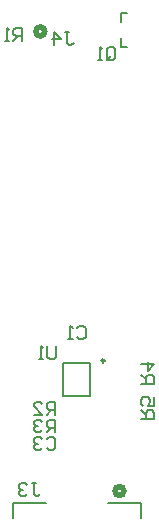
<source format=gbr>
%TF.GenerationSoftware,Altium Limited,Altium Designer,23.10.1 (27)*%
G04 Layer_Color=32896*
%FSLAX45Y45*%
%MOMM*%
%TF.SameCoordinates,7A70C931-5BDF-4ABD-901A-901AFED5F3BC*%
%TF.FilePolarity,Positive*%
%TF.FileFunction,Legend,Bot*%
%TF.Part,Single*%
G01*
G75*
%TA.AperFunction,NonConductor*%
%ADD29C,0.20000*%
%ADD30C,0.16000*%
%ADD31C,0.25000*%
%ADD32C,0.50800*%
%ADD33C,0.15240*%
D29*
X-115000Y1400000D02*
X115000D01*
X-115000Y1680000D02*
X115000D01*
X-115000Y1400000D02*
Y1680000D01*
X115000Y1400000D02*
Y1680000D01*
X375000Y4355000D02*
X427235D01*
X375000Y4566842D02*
Y4645000D01*
Y4355000D02*
Y4433158D01*
Y4645000D02*
X427235D01*
D30*
X545018Y1208363D02*
X654982D01*
Y1263345D01*
X636655Y1281672D01*
X600000D01*
X581672Y1263345D01*
Y1208363D01*
Y1245017D02*
X545018Y1281672D01*
X654982Y1391637D02*
Y1318327D01*
X600000D01*
X618327Y1354982D01*
Y1373309D01*
X600000Y1391637D01*
X563345D01*
X545018Y1373309D01*
Y1336654D01*
X563345Y1318327D01*
X545018Y1508363D02*
X654982D01*
Y1563345D01*
X636655Y1581672D01*
X600000D01*
X581672Y1563345D01*
Y1508363D01*
Y1545017D02*
X545018Y1581672D01*
Y1673310D02*
X654982D01*
X600000Y1618327D01*
Y1691637D01*
X252500Y4268345D02*
Y4341655D01*
X270827Y4359982D01*
X307482D01*
X325809Y4341655D01*
Y4268345D01*
X307482Y4250018D01*
X270827D01*
X289155Y4286673D02*
X252500Y4250018D01*
X270827D02*
X252500Y4268345D01*
X215845Y4250018D02*
X179190D01*
X197518D01*
Y4359982D01*
X215845Y4341655D01*
X-183363Y1095018D02*
Y1204982D01*
X-238345D01*
X-256673Y1186655D01*
Y1150000D01*
X-238345Y1131673D01*
X-183363D01*
X-220018D02*
X-256673Y1095018D01*
X-293327Y1186655D02*
X-311655Y1204982D01*
X-348310D01*
X-366637Y1186655D01*
Y1168328D01*
X-348310Y1150000D01*
X-329982D01*
X-348310D01*
X-366637Y1131673D01*
Y1113345D01*
X-348310Y1095018D01*
X-311655D01*
X-293327Y1113345D01*
X-183363Y1245018D02*
Y1354982D01*
X-238345D01*
X-256673Y1336655D01*
Y1300000D01*
X-238345Y1281673D01*
X-183363D01*
X-220018D02*
X-256673Y1245018D01*
X-366637D02*
X-293327D01*
X-366637Y1318328D01*
Y1336655D01*
X-348310Y1354982D01*
X-311655D01*
X-293327Y1336655D01*
X-464191Y4412518D02*
Y4522482D01*
X-519173D01*
X-537500Y4504155D01*
Y4467500D01*
X-519173Y4449173D01*
X-464191D01*
X-500845D02*
X-537500Y4412518D01*
X-574155D02*
X-610810D01*
X-592482D01*
Y4522482D01*
X-574155Y4504155D01*
X-381673Y664982D02*
X-345018D01*
X-363345D01*
Y573345D01*
X-345018Y555018D01*
X-326690D01*
X-308363Y573345D01*
X-418327Y646655D02*
X-436655Y664982D01*
X-473310D01*
X-491637Y646655D01*
Y628328D01*
X-473310Y610000D01*
X-454982D01*
X-473310D01*
X-491637Y591673D01*
Y573345D01*
X-473310Y555018D01*
X-436655D01*
X-418327Y573345D01*
X-256673Y1036655D02*
X-238345Y1054982D01*
X-201690D01*
X-183363Y1036655D01*
Y963345D01*
X-201690Y945018D01*
X-238345D01*
X-256673Y963345D01*
X-293327Y1036655D02*
X-311655Y1054982D01*
X-348310D01*
X-366637Y1036655D01*
Y1018328D01*
X-348310Y1000000D01*
X-329982D01*
X-348310D01*
X-366637Y981673D01*
Y963345D01*
X-348310Y945018D01*
X-311655D01*
X-293327Y963345D01*
X-176691Y1829982D02*
Y1738345D01*
X-195018Y1720018D01*
X-231673D01*
X-250000Y1738345D01*
Y1829982D01*
X-286655Y1720018D02*
X-323310D01*
X-304982D01*
Y1829982D01*
X-286655Y1811655D01*
X-101673Y4484982D02*
X-65018D01*
X-83345D01*
Y4393345D01*
X-65018Y4375018D01*
X-46690D01*
X-28363Y4393345D01*
X-193310Y4375018D02*
Y4484982D01*
X-138327Y4430000D01*
X-211637D01*
X-0Y1976655D02*
X18327Y1994983D01*
X54982D01*
X73309Y1976655D01*
Y1903345D01*
X54982Y1885018D01*
X18327D01*
X-0Y1903345D01*
X-36655Y1885018D02*
X-73310D01*
X-54982D01*
Y1994983D01*
X-36655Y1976655D01*
D31*
X235000Y1702500D02*
G03*
X235000Y1702500I-12500J0D01*
G01*
D32*
X398100Y600000D02*
G03*
X398100Y600000I-38100J0D01*
G01*
X-271900Y4490000D02*
G03*
X-271900Y4490000I-38100J0D01*
G01*
D33*
X-539750Y367614D02*
Y502100D01*
X-261414D01*
X539750Y367614D02*
Y502100D01*
X261414D02*
X539750D01*
%TF.MD5,c94a305f12ff88cdcb820b62fa74415c*%
M02*

</source>
